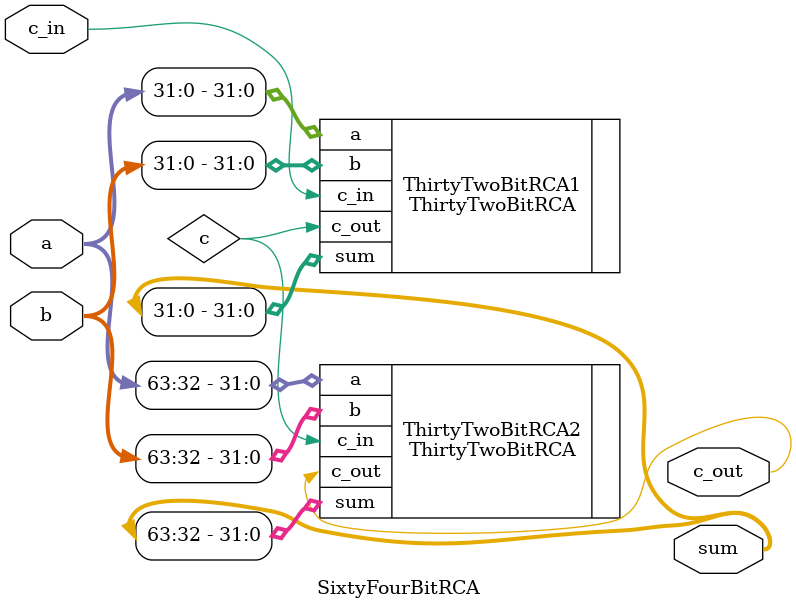
<source format=v>
`timescale 1ns / 1ps


module SixtyFourBitRCA(
    input [63:0] a, b,
    input c_in,
    output [63:0] sum,
    output c_out
    );

    wire c;

    ThirtyTwoBitRCA ThirtyTwoBitRCA1 (
        .c_out(c),
        .sum(sum[31:0]),
        .a(a[31:0]),
        .b(b[31:0]),
        .c_in(c_in)
    );

    ThirtyTwoBitRCA ThirtyTwoBitRCA2 (
        .c_out(c_out),
        .sum(sum[63:32]),
        .a(a[63:32]),
        .b(b[63:32]),
        .c_in(c)
    );

endmodule

</source>
